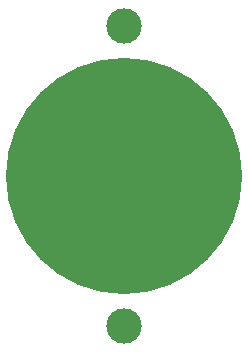
<source format=gbr>
%TF.GenerationSoftware,KiCad,Pcbnew,7.0.5*%
%TF.CreationDate,2024-01-30T14:43:17+01:00*%
%TF.ProjectId,DelaySw,44656c61-7953-4772-9e6b-696361645f70,rev?*%
%TF.SameCoordinates,Original*%
%TF.FileFunction,Soldermask,Bot*%
%TF.FilePolarity,Negative*%
%FSLAX46Y46*%
G04 Gerber Fmt 4.6, Leading zero omitted, Abs format (unit mm)*
G04 Created by KiCad (PCBNEW 7.0.5) date 2024-01-30 14:43:17*
%MOMM*%
%LPD*%
G01*
G04 APERTURE LIST*
%ADD10C,3.000000*%
%ADD11C,20.000000*%
G04 APERTURE END LIST*
D10*
%TO.C,CR2032*%
X39249000Y-54102000D03*
X39249000Y-28702000D03*
D11*
X39249000Y-41402000D03*
%TD*%
M02*

</source>
